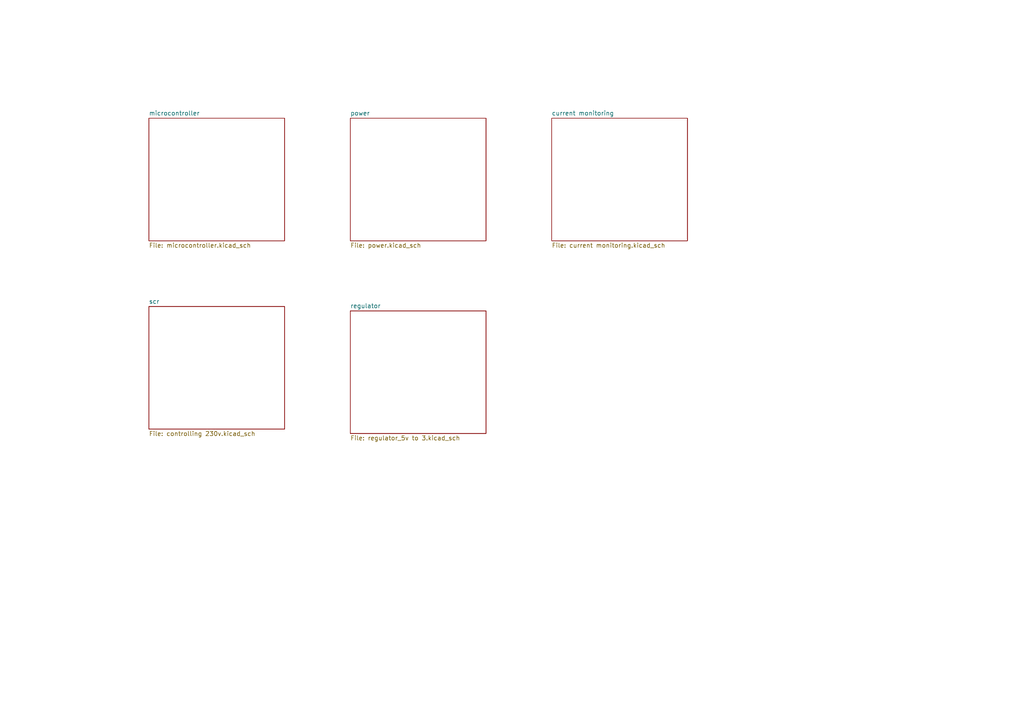
<source format=kicad_sch>
(kicad_sch (version 20230121) (generator eeschema)
  (paper "A4")
  (lib_symbols)
  (sheet (at 101.6 90.17) (size 39.37 35.56) (stroke (width 0.1524))
    (property "Sheetname" "regulator" (at 101.6 89.4584 0) (effects (justify left bottom)))
    (property "Sheetfile" "regulator_5v to 3.kicad_sch" (at 101.6 126.3146 0) (effects (justify left top)))
  )
  (sheet (at 43.18 88.9) (size 39.37 35.56) (stroke (width 0.1524))
    (property "Sheetname" "scr" (at 43.18 88.1884 0) (effects (justify left bottom)))
    (property "Sheetfile" "controlling 230v.kicad_sch" (at 43.18 125.0446 0) (effects (justify left top)))
  )
  (sheet (at 101.6 34.29) (size 39.37 35.56) (stroke (width 0.1524))
    (property "Sheetname" "power" (at 101.6 33.5784 0) (effects (justify left bottom)))
    (property "Sheetfile" "power.kicad_sch" (at 101.6 70.4346 0) (effects (justify left top)))
  )
  (sheet (at 43.18 34.29) (size 39.37 35.56) (stroke (width 0.1524))
    (property "Sheetname" "microcontroller" (at 43.18 33.5784 0) (effects (justify left bottom)))
    (property "Sheetfile" "microcontroller.kicad_sch" (at 43.18 70.4346 0) (effects (justify left top)))
  )
  (sheet (at 160.02 34.29) (size 39.37 35.56) (stroke (width 0.1524))
    (property "Sheetname" "current monitoring" (at 160.02 33.5784 0) (effects (justify left bottom)))
    (property "Sheetfile" "current monitoring.kicad_sch" (at 160.02 70.4346 0) (effects (justify left top)))
  )
)
</source>
